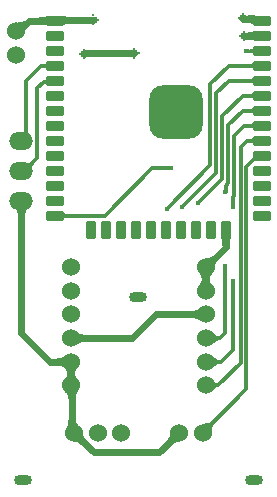
<source format=gbl>
G04*
G04 #@! TF.GenerationSoftware,Altium Limited,Altium Designer,24.10.1 (45)*
G04*
G04 Layer_Physical_Order=2*
G04 Layer_Color=16711680*
%FSLAX44Y44*%
%MOMM*%
G71*
G04*
G04 #@! TF.SameCoordinates,DE934D07-760A-40F3-A6A2-C4044611B154*
G04*
G04*
G04 #@! TF.FilePolarity,Positive*
G04*
G01*
G75*
G04:AMPARAMS|DCode=19|XSize=4.5mm|YSize=4.5mm|CornerRadius=1.125mm|HoleSize=0mm|Usage=FLASHONLY|Rotation=0.000|XOffset=0mm|YOffset=0mm|HoleType=Round|Shape=RoundedRectangle|*
%AMROUNDEDRECTD19*
21,1,4.5000,2.2500,0,0,0.0*
21,1,2.2500,4.5000,0,0,0.0*
1,1,2.2500,1.1250,-1.1250*
1,1,2.2500,-1.1250,-1.1250*
1,1,2.2500,-1.1250,1.1250*
1,1,2.2500,1.1250,1.1250*
%
%ADD19ROUNDEDRECTD19*%
%ADD35C,0.6000*%
%ADD36C,0.3000*%
%ADD37C,0.2540*%
%ADD39C,1.0000*%
%ADD40O,2.0000X1.5000*%
%ADD41C,1.5240*%
%ADD42O,1.5000X0.9000*%
%ADD43C,0.4000*%
%ADD44C,0.3000*%
G04:AMPARAMS|DCode=45|XSize=1.5mm|YSize=0.9mm|CornerRadius=0.225mm|HoleSize=0mm|Usage=FLASHONLY|Rotation=90.000|XOffset=0mm|YOffset=0mm|HoleType=Round|Shape=RoundedRectangle|*
%AMROUNDEDRECTD45*
21,1,1.5000,0.4500,0,0,90.0*
21,1,1.0500,0.9000,0,0,90.0*
1,1,0.4500,0.2250,0.5250*
1,1,0.4500,0.2250,-0.5250*
1,1,0.4500,-0.2250,-0.5250*
1,1,0.4500,-0.2250,0.5250*
%
%ADD45ROUNDEDRECTD45*%
G04:AMPARAMS|DCode=46|XSize=1.5mm|YSize=0.9mm|CornerRadius=0.225mm|HoleSize=0mm|Usage=FLASHONLY|Rotation=180.000|XOffset=0mm|YOffset=0mm|HoleType=Round|Shape=RoundedRectangle|*
%AMROUNDEDRECTD46*
21,1,1.5000,0.4500,0,0,180.0*
21,1,1.0500,0.9000,0,0,180.0*
1,1,0.4500,-0.5250,0.2250*
1,1,0.4500,0.5250,0.2250*
1,1,0.4500,0.5250,-0.2250*
1,1,0.4500,-0.5250,-0.2250*
%
%ADD46ROUNDEDRECTD46*%
%ADD47C,0.2000*%
G36*
X-93193Y404064D02*
X-93708Y403525D01*
X-94620Y402423D01*
X-95017Y401859D01*
X-95375Y401287D01*
X-95693Y400707D01*
X-95971Y400119D01*
X-96211Y399523D01*
X-96410Y398919D01*
X-96571Y398306D01*
X-102158Y407394D01*
X-101551Y407277D01*
X-100948Y407232D01*
X-100352Y407257D01*
X-99760Y407354D01*
X-99174Y407521D01*
X-98593Y407759D01*
X-98017Y408068D01*
X-97446Y408448D01*
X-96881Y408899D01*
X-96321Y409421D01*
X-93193Y404064D01*
D02*
G37*
G36*
X98344Y413141D02*
X97610Y404950D01*
X97279Y405367D01*
X96874Y405741D01*
X96393Y406070D01*
X95839Y406356D01*
X95210Y406598D01*
X94507Y406795D01*
X93728Y406949D01*
X92876Y407059D01*
X91949Y407125D01*
X90947Y407147D01*
X92375Y413147D01*
X98344Y413141D01*
D02*
G37*
G36*
X-64097Y412960D02*
X-63687Y412799D01*
X-63193Y412656D01*
X-62614Y412532D01*
X-61952Y412428D01*
X-60376Y412276D01*
X-58464Y412200D01*
X-57382Y412190D01*
X-57099Y406190D01*
X-58024Y406173D01*
X-59747Y406034D01*
X-60544Y405913D01*
X-61298Y405757D01*
X-62009Y405567D01*
X-62677Y405342D01*
X-63302Y405082D01*
X-63885Y404788D01*
X-64424Y404459D01*
Y413141D01*
X-64097Y412960D01*
D02*
G37*
G36*
X-76656Y404459D02*
X-77090Y404714D01*
X-77588Y404942D01*
X-78151Y405143D01*
X-78779Y405317D01*
X-79471Y405465D01*
X-81050Y405679D01*
X-81937Y405746D01*
X-83904Y405800D01*
Y411800D01*
X-82888Y411813D01*
X-80228Y412015D01*
X-79471Y412135D01*
X-78151Y412457D01*
X-77588Y412658D01*
X-77090Y412886D01*
X-76656Y413141D01*
Y404459D01*
D02*
G37*
G36*
X98344Y391759D02*
X98045Y391921D01*
X97657Y392066D01*
X97181Y392193D01*
X96617Y392304D01*
X95222Y392474D01*
X93473Y392576D01*
X91369Y392610D01*
X90999Y398610D01*
X91901Y398628D01*
X93594Y398775D01*
X94384Y398903D01*
X95138Y399068D01*
X95854Y399269D01*
X96532Y399507D01*
X97173Y399782D01*
X97777Y400093D01*
X98344Y400441D01*
Y391759D01*
D02*
G37*
G36*
X92317Y384777D02*
X92375Y384755D01*
X92453Y384735D01*
X92553Y384718D01*
X92816Y384692D01*
X93165Y384677D01*
X93598Y384671D01*
X93596Y382131D01*
X93369Y382130D01*
X92451Y382068D01*
X92373Y382048D01*
X92315Y382026D01*
X92279Y382002D01*
X92281Y384802D01*
X92317Y384777D01*
D02*
G37*
G36*
X97034Y380867D02*
X97008Y381107D01*
X96929Y381322D01*
X96798Y381512D01*
X96614Y381676D01*
X96377Y381815D01*
X96088Y381929D01*
X95747Y382018D01*
X95353Y382081D01*
X94906Y382119D01*
X94407Y382131D01*
Y384671D01*
X94906Y384684D01*
X95353Y384722D01*
X95747Y384785D01*
X96089Y384874D01*
X96378Y384987D01*
X96614Y385126D01*
X96798Y385291D01*
X96930Y385480D01*
X97008Y385695D01*
X97035Y385935D01*
X97034Y380867D01*
D02*
G37*
G36*
X97126Y367706D02*
X97094Y367990D01*
X96999Y368244D01*
X96840Y368468D01*
X96617Y368662D01*
X96331Y368826D01*
X95982Y368961D01*
X95568Y369066D01*
X95091Y369140D01*
X94551Y369185D01*
X93947Y369200D01*
Y372200D01*
X94551Y372215D01*
X95091Y372260D01*
X95568Y372335D01*
X95982Y372439D01*
X96331Y372574D01*
X96617Y372738D01*
X96840Y372932D01*
X96999Y373156D01*
X97094Y373410D01*
X97126Y373694D01*
Y367706D01*
D02*
G37*
G36*
X-77846Y367587D02*
X-77881Y367869D01*
X-77979Y368121D01*
X-78140Y368343D01*
X-78366Y368536D01*
X-78655Y368699D01*
X-79007Y368833D01*
X-79423Y368937D01*
X-79903Y369011D01*
X-80446Y369055D01*
X-81053Y369070D01*
Y372070D01*
X-80451Y372085D01*
X-79914Y372130D01*
X-79439Y372205D01*
X-79029Y372309D01*
X-78681Y372444D01*
X-78398Y372608D01*
X-78178Y372802D01*
X-78022Y373026D01*
X-77929Y373280D01*
X-77900Y373564D01*
X-77846Y367587D01*
D02*
G37*
G36*
X97126Y355006D02*
X97094Y355290D01*
X96999Y355544D01*
X96840Y355768D01*
X96617Y355962D01*
X96331Y356127D01*
X95982Y356261D01*
X95568Y356366D01*
X95091Y356440D01*
X94551Y356485D01*
X93947Y356500D01*
Y359500D01*
X94551Y359515D01*
X95091Y359560D01*
X95568Y359635D01*
X95982Y359739D01*
X96331Y359874D01*
X96617Y360038D01*
X96840Y360232D01*
X96999Y360456D01*
X97094Y360710D01*
X97126Y360994D01*
Y355006D01*
D02*
G37*
G36*
X-77577Y354484D02*
X-77618Y354632D01*
X-77712Y354765D01*
X-77859Y354883D01*
X-78057Y354984D01*
X-78309Y355070D01*
X-78612Y355141D01*
X-78969Y355195D01*
X-79377Y355234D01*
X-80352Y355266D01*
Y358266D01*
X-79895Y358274D01*
X-79131Y358338D01*
X-78824Y358394D01*
X-78566Y358465D01*
X-78358Y358553D01*
X-78200Y358657D01*
X-78091Y358777D01*
X-78032Y358913D01*
X-78023Y359064D01*
X-77577Y354484D01*
D02*
G37*
G36*
X97126Y342306D02*
X97094Y342590D01*
X96999Y342844D01*
X96840Y343068D01*
X96617Y343262D01*
X96331Y343427D01*
X95982Y343561D01*
X95568Y343666D01*
X95091Y343740D01*
X94551Y343785D01*
X93947Y343800D01*
Y346800D01*
X94551Y346815D01*
X95091Y346860D01*
X95568Y346935D01*
X95982Y347039D01*
X96331Y347174D01*
X96617Y347338D01*
X96840Y347532D01*
X96999Y347756D01*
X97094Y348010D01*
X97126Y348294D01*
Y342306D01*
D02*
G37*
G36*
Y329606D02*
X97094Y329890D01*
X96999Y330144D01*
X96840Y330368D01*
X96617Y330562D01*
X96331Y330727D01*
X95982Y330861D01*
X95568Y330965D01*
X95091Y331040D01*
X94551Y331085D01*
X93947Y331100D01*
Y334100D01*
X94551Y334115D01*
X95091Y334160D01*
X95568Y334235D01*
X95982Y334339D01*
X96331Y334473D01*
X96617Y334638D01*
X96840Y334832D01*
X96999Y335056D01*
X97094Y335310D01*
X97126Y335594D01*
Y329606D01*
D02*
G37*
G36*
Y316906D02*
X97094Y317190D01*
X96999Y317444D01*
X96840Y317668D01*
X96617Y317862D01*
X96331Y318027D01*
X95982Y318161D01*
X95568Y318265D01*
X95091Y318340D01*
X94551Y318385D01*
X93947Y318400D01*
Y321400D01*
X94551Y321415D01*
X95091Y321460D01*
X95568Y321535D01*
X95982Y321639D01*
X96331Y321773D01*
X96617Y321938D01*
X96840Y322132D01*
X96999Y322356D01*
X97094Y322610D01*
X97126Y322894D01*
Y316906D01*
D02*
G37*
G36*
X-93750Y316663D02*
X-93735Y315993D01*
X-93617Y314842D01*
X-93513Y314362D01*
X-93380Y313945D01*
X-93217Y313592D01*
X-93025Y313302D01*
X-92802Y313075D01*
X-92551Y312912D01*
X-92269Y312812D01*
X-98250Y314185D01*
X-97965Y314154D01*
X-97710Y314196D01*
X-97485Y314313D01*
X-97290Y314505D01*
X-97125Y314771D01*
X-96990Y315111D01*
X-96885Y315526D01*
X-96810Y316015D01*
X-96765Y316578D01*
X-96750Y317216D01*
X-93750Y316663D01*
D02*
G37*
G36*
X97126Y304206D02*
X97094Y304490D01*
X96999Y304744D01*
X96840Y304968D01*
X96617Y305162D01*
X96331Y305326D01*
X95982Y305461D01*
X95568Y305565D01*
X95091Y305640D01*
X94551Y305685D01*
X93947Y305700D01*
Y308700D01*
X94551Y308715D01*
X95091Y308760D01*
X95568Y308834D01*
X95982Y308939D01*
X96331Y309074D01*
X96617Y309238D01*
X96840Y309432D01*
X96999Y309656D01*
X97094Y309910D01*
X97126Y310194D01*
Y304206D01*
D02*
G37*
G36*
X100550Y290018D02*
X100349Y290214D01*
X100101Y290322D01*
X99807Y290341D01*
X99466Y290272D01*
X99078Y290114D01*
X98643Y289868D01*
X98162Y289532D01*
X97634Y289109D01*
X96437Y287995D01*
X94171Y289973D01*
X94864Y290686D01*
X95975Y291964D01*
X96393Y292529D01*
X96719Y293043D01*
X96954Y293508D01*
X97097Y293923D01*
X97149Y294288D01*
X97109Y294604D01*
X96977Y294870D01*
X100550Y290018D01*
D02*
G37*
G36*
X-88180Y287568D02*
X-88642Y287086D01*
X-89352Y286208D01*
X-89601Y285811D01*
X-89780Y285443D01*
X-89888Y285105D01*
X-89925Y284794D01*
X-89892Y284512D01*
X-89788Y284259D01*
X-89613Y284035D01*
X-93835Y288257D01*
X-93611Y288082D01*
X-93358Y287978D01*
X-93076Y287945D01*
X-92766Y287982D01*
X-92427Y288090D01*
X-92059Y288269D01*
X-91663Y288518D01*
X-91237Y288838D01*
X-90784Y289228D01*
X-90302Y289690D01*
X-88180Y287568D01*
D02*
G37*
G36*
X-93642Y249269D02*
X-94149Y249063D01*
X-94597Y248719D01*
X-94985Y248237D01*
X-95313Y247617D01*
X-95582Y246860D01*
X-95791Y245965D01*
X-95940Y244932D01*
X-96030Y243762D01*
X-96060Y242454D01*
X-102060D01*
X-102090Y243762D01*
X-102179Y244932D01*
X-102329Y245965D01*
X-102537Y246860D01*
X-102806Y247617D01*
X-103135Y248237D01*
X-103523Y248719D01*
X-103971Y249063D01*
X-104478Y249269D01*
X-105045Y249338D01*
X-93074D01*
X-93642Y249269D01*
D02*
G37*
G36*
X-63174Y246410D02*
X-63079Y246156D01*
X-62920Y245932D01*
X-62698Y245738D01*
X-62411Y245574D01*
X-62062Y245439D01*
X-61648Y245334D01*
X-61172Y245260D01*
X-60631Y245215D01*
X-60027Y245200D01*
Y242200D01*
X-60631Y242185D01*
X-61172Y242140D01*
X-61648Y242066D01*
X-62062Y241961D01*
X-62411Y241826D01*
X-62698Y241662D01*
X-62920Y241468D01*
X-63079Y241244D01*
X-63174Y240990D01*
X-63206Y240706D01*
Y246694D01*
X-63174Y246410D01*
D02*
G37*
G36*
X78146Y224650D02*
X77918Y224152D01*
X77717Y223589D01*
X77543Y222961D01*
X77395Y222269D01*
X77181Y220690D01*
X77113Y219803D01*
X77060Y217836D01*
X71060D01*
X71047Y218852D01*
X70845Y221512D01*
X70725Y222269D01*
X70403Y223589D01*
X70202Y224152D01*
X69974Y224650D01*
X69719Y225084D01*
X78401D01*
X78146Y224650D01*
D02*
G37*
G36*
X67267Y206065D02*
X66751Y205515D01*
X66289Y204955D01*
X65883Y204383D01*
X65531Y203801D01*
X65235Y203207D01*
X64994Y202603D01*
X64808Y201988D01*
X64677Y201362D01*
X64601Y200724D01*
X64580Y200076D01*
X57036Y207620D01*
X57684Y207641D01*
X58321Y207717D01*
X58948Y207848D01*
X59563Y208034D01*
X60167Y208275D01*
X60761Y208571D01*
X61343Y208923D01*
X61915Y209329D01*
X62475Y209791D01*
X63025Y210307D01*
X67267Y206065D01*
D02*
G37*
G36*
X61851Y194085D02*
X61454Y193581D01*
X61104Y193045D01*
X60800Y192479D01*
X60543Y191881D01*
X60333Y191252D01*
X60170Y190591D01*
X60070Y190000D01*
X60170Y189409D01*
X60333Y188748D01*
X60543Y188119D01*
X60800Y187521D01*
X61104Y186955D01*
X61454Y186419D01*
X61851Y185915D01*
X62294Y185442D01*
X51626D01*
X52069Y185915D01*
X52466Y186419D01*
X52816Y186955D01*
X53120Y187521D01*
X53376Y188119D01*
X53587Y188748D01*
X53750Y189409D01*
X53850Y190000D01*
X53750Y190591D01*
X53587Y191252D01*
X53376Y191881D01*
X53120Y192479D01*
X52816Y193045D01*
X52466Y193581D01*
X52069Y194085D01*
X51626Y194558D01*
X62294D01*
X61851Y194085D01*
D02*
G37*
G36*
X51518Y154666D02*
X51045Y155110D01*
X50541Y155506D01*
X50005Y155856D01*
X49439Y156160D01*
X48841Y156417D01*
X48211Y156627D01*
X47551Y156790D01*
X46860Y156907D01*
X46137Y156977D01*
X45383Y157000D01*
Y163000D01*
X46137Y163023D01*
X46860Y163093D01*
X47551Y163210D01*
X48211Y163373D01*
X48841Y163584D01*
X49439Y163840D01*
X50005Y164144D01*
X50541Y164494D01*
X51045Y164891D01*
X51518Y165334D01*
Y154666D01*
D02*
G37*
G36*
X63144Y144606D02*
X64574Y143379D01*
X65262Y142880D01*
X65931Y142458D01*
X66582Y142113D01*
X67215Y141845D01*
X67829Y141653D01*
X68425Y141538D01*
X69003Y141500D01*
Y138500D01*
X68425Y138462D01*
X67829Y138347D01*
X67215Y138155D01*
X66582Y137887D01*
X65931Y137542D01*
X65262Y137120D01*
X64574Y136621D01*
X63868Y136046D01*
X62402Y134666D01*
Y145334D01*
X63144Y144606D01*
D02*
G37*
G36*
X-51085Y144890D02*
X-50581Y144494D01*
X-50045Y144144D01*
X-49479Y143840D01*
X-48881Y143583D01*
X-48252Y143373D01*
X-47591Y143210D01*
X-46900Y143093D01*
X-46177Y143023D01*
X-45423Y143000D01*
Y137000D01*
X-46177Y136977D01*
X-46900Y136907D01*
X-47591Y136790D01*
X-48252Y136627D01*
X-48881Y136417D01*
X-49479Y136160D01*
X-50045Y135856D01*
X-50581Y135506D01*
X-51085Y135110D01*
X-51558Y134666D01*
Y145334D01*
X-51085Y144890D01*
D02*
G37*
G36*
X63144Y124606D02*
X64574Y123379D01*
X65262Y122880D01*
X65931Y122458D01*
X66582Y122113D01*
X67215Y121845D01*
X67829Y121653D01*
X68425Y121538D01*
X69003Y121500D01*
Y118500D01*
X68425Y118462D01*
X67829Y118347D01*
X67215Y118155D01*
X66582Y117887D01*
X65931Y117542D01*
X65262Y117120D01*
X64574Y116621D01*
X63868Y116046D01*
X62402Y114666D01*
Y125334D01*
X63144Y124606D01*
D02*
G37*
G36*
X-62442Y114666D02*
X-62915Y115110D01*
X-63419Y115506D01*
X-63955Y115856D01*
X-64521Y116160D01*
X-65119Y116417D01*
X-65748Y116627D01*
X-66409Y116790D01*
X-67100Y116907D01*
X-67823Y116977D01*
X-68577Y117000D01*
Y123000D01*
X-67823Y123023D01*
X-67100Y123093D01*
X-66409Y123210D01*
X-65748Y123373D01*
X-65119Y123583D01*
X-64521Y123840D01*
X-63955Y124144D01*
X-63419Y124494D01*
X-62915Y124891D01*
X-62442Y125334D01*
Y114666D01*
D02*
G37*
G36*
X-52109Y114085D02*
X-52506Y113581D01*
X-52856Y113045D01*
X-53160Y112479D01*
X-53417Y111881D01*
X-53627Y111252D01*
X-53790Y110591D01*
X-53890Y110000D01*
X-53790Y109409D01*
X-53627Y108748D01*
X-53417Y108119D01*
X-53160Y107521D01*
X-52856Y106955D01*
X-52506Y106419D01*
X-52109Y105915D01*
X-51666Y105442D01*
X-62334D01*
X-61891Y105915D01*
X-61494Y106419D01*
X-61144Y106955D01*
X-60840Y107521D01*
X-60584Y108119D01*
X-60373Y108748D01*
X-60210Y109409D01*
X-60110Y110000D01*
X-60210Y110591D01*
X-60373Y111252D01*
X-60584Y111881D01*
X-60840Y112479D01*
X-61144Y113045D01*
X-61494Y113581D01*
X-61891Y114085D01*
X-62334Y114558D01*
X-51666D01*
X-52109Y114085D01*
D02*
G37*
G36*
X63941Y103148D02*
X64207Y102802D01*
X64509Y102497D01*
X64846Y102233D01*
X65218Y102009D01*
X65626Y101826D01*
X66069Y101683D01*
X66547Y101581D01*
X67061Y101520D01*
X67610Y101500D01*
Y98500D01*
X67061Y98480D01*
X66547Y98419D01*
X66069Y98317D01*
X65626Y98174D01*
X65218Y97991D01*
X64846Y97767D01*
X64509Y97503D01*
X64207Y97198D01*
X63941Y96852D01*
X63710Y96465D01*
Y103535D01*
X63941Y103148D01*
D02*
G37*
G36*
X-51590Y94560D02*
X-51949Y94022D01*
X-52265Y93458D01*
X-52540Y92868D01*
X-52772Y92250D01*
X-52962Y91607D01*
X-53110Y90936D01*
X-53215Y90240D01*
X-53279Y89516D01*
X-53300Y88767D01*
X-59300Y88163D01*
X-59325Y88922D01*
X-59400Y89643D01*
X-59526Y90328D01*
X-59702Y90976D01*
X-59928Y91587D01*
X-60204Y92161D01*
X-60531Y92699D01*
X-60907Y93200D01*
X-61334Y93664D01*
X-61811Y94091D01*
X-51189Y95071D01*
X-51590Y94560D01*
D02*
G37*
G36*
X-53273Y71314D02*
X-53193Y70595D01*
X-53058Y69922D01*
X-52870Y69295D01*
X-52629Y68713D01*
X-52334Y68177D01*
X-51985Y67686D01*
X-51582Y67242D01*
X-51126Y66842D01*
X-50616Y66489D01*
X-61018Y64123D01*
X-60692Y64668D01*
X-60399Y65236D01*
X-60142Y65826D01*
X-59918Y66438D01*
X-59729Y67072D01*
X-59575Y67729D01*
X-59455Y68407D01*
X-59369Y69109D01*
X-59300Y70578D01*
X-53300Y72078D01*
X-53273Y71314D01*
D02*
G37*
G36*
X64186Y67455D02*
X63805Y67019D01*
X63465Y66516D01*
X63166Y65946D01*
X62908Y65309D01*
X62692Y64605D01*
X62517Y63834D01*
X62383Y62995D01*
X62291Y62089D01*
X62230Y60076D01*
X54686Y67620D01*
X55726Y67629D01*
X57605Y67773D01*
X58444Y67907D01*
X59215Y68082D01*
X59919Y68298D01*
X60557Y68556D01*
X61126Y68855D01*
X61629Y69195D01*
X62065Y69576D01*
X64186Y67455D01*
D02*
G37*
G36*
X34534Y52380D02*
X33886Y52359D01*
X33248Y52283D01*
X32622Y52152D01*
X32007Y51966D01*
X31403Y51725D01*
X30809Y51428D01*
X30227Y51077D01*
X29655Y50671D01*
X29095Y50209D01*
X28545Y49693D01*
X24303Y53935D01*
X24819Y54485D01*
X25281Y55045D01*
X25687Y55617D01*
X26038Y56199D01*
X26335Y56793D01*
X26576Y57397D01*
X26762Y58012D01*
X26893Y58639D01*
X26969Y59276D01*
X26990Y59924D01*
X34534Y52380D01*
D02*
G37*
G36*
X-46969Y59276D02*
X-46893Y58639D01*
X-46762Y58012D01*
X-46576Y57397D01*
X-46335Y56793D01*
X-46038Y56199D01*
X-45687Y55617D01*
X-45281Y55045D01*
X-44819Y54485D01*
X-44303Y53935D01*
X-48545Y49693D01*
X-49095Y50209D01*
X-49655Y50671D01*
X-50227Y51077D01*
X-50809Y51428D01*
X-51403Y51725D01*
X-52007Y51966D01*
X-52622Y52152D01*
X-53249Y52283D01*
X-53886Y52359D01*
X-54534Y52380D01*
X-46990Y59924D01*
X-46969Y59276D01*
D02*
G37*
D19*
X31960Y331600D02*
D03*
D35*
X17790Y43180D02*
X34610Y60000D01*
X-37790Y43180D02*
X17790D01*
X-54610Y60000D02*
X-37790Y43180D01*
X-57000Y100000D02*
X-56300Y99300D01*
Y61690D02*
Y99300D01*
X-57000Y100000D02*
Y120000D01*
X-56300Y61690D02*
X-54610Y60000D01*
X74060Y217100D02*
Y231200D01*
X56960Y200000D02*
X74060Y217100D01*
X89380Y395610D02*
X103970D01*
X89000D02*
X89380D01*
X56960Y180000D02*
Y200000D01*
X-99060Y144150D02*
Y255910D01*
X-74910Y120000D02*
X-57000D01*
X-99060Y144150D02*
X-74910Y120000D01*
X-5420Y140000D02*
X14580Y160000D01*
X56960D01*
X-57000Y140000D02*
X-5420D01*
X87630Y410850D02*
X88333Y410147D01*
X103113D01*
X104460Y408800D01*
X103970Y395610D02*
X104460Y396100D01*
X-3685Y381005D02*
X-3430Y381260D01*
X-46100Y380750D02*
X-45845Y381005D01*
X-3685D01*
X-70540Y408800D02*
X-70150Y409190D01*
X-38490D01*
X-38100Y409580D01*
X-101500Y400000D02*
X-92700Y408800D01*
X-104000Y400000D02*
X-101500D01*
X-92700Y408800D02*
X-70540D01*
D36*
X54610Y60000D02*
X91440Y96830D01*
X11430Y283850D02*
X27940D01*
X-28720Y243700D02*
X11430Y283850D01*
X-70540Y243700D02*
X-28720D01*
X73851Y269181D02*
X76200Y271530D01*
Y320680D01*
X73851Y263721D02*
Y269181D01*
X73660Y263530D02*
X73851Y263721D01*
X80978Y260688D02*
Y311488D01*
X79819Y259529D02*
X80978Y260688D01*
X79819Y251021D02*
Y259529D01*
Y251021D02*
X80010Y250830D01*
X86558Y301828D02*
X91930Y307200D01*
X67610Y100000D02*
X86558Y118948D01*
Y301828D01*
X73660Y144297D02*
Y201300D01*
X69363Y140000D02*
X73660Y144297D01*
X69830Y120000D02*
X80010Y130180D01*
Y188600D01*
X56960Y140000D02*
X69363D01*
X56960Y120000D02*
X69830D01*
X56960Y100000D02*
X67610D01*
X80978Y311488D02*
X89390Y319900D01*
X76200Y320680D02*
X88120Y332600D01*
X71120Y328300D02*
X88120Y345300D01*
X66040Y347350D02*
X76690Y358000D01*
X66040Y280040D02*
Y347350D01*
X60960Y354970D02*
X76690Y370700D01*
X50800Y254640D02*
X71120Y274960D01*
X36830Y250830D02*
X66040Y280040D01*
X71120Y274960D02*
Y328300D01*
X60960Y286390D02*
Y354970D01*
X24130Y249560D02*
X60960Y286390D01*
X91440Y96830D02*
Y285120D01*
X97820Y291500D01*
X101054Y294500D02*
X104460D01*
X98054Y291500D02*
X101054Y294500D01*
X97820Y291500D02*
X98054D01*
X91930Y307200D02*
X104460D01*
X88120Y345300D02*
X104460D01*
X88120Y332600D02*
X104460D01*
X89390Y319900D02*
X104460D01*
X76690Y358000D02*
X104460D01*
X76690Y370700D02*
X104460D01*
X-82190Y370570D02*
X-70900D01*
X-95250Y357510D02*
X-82190Y370570D01*
X-95250Y310520D02*
Y357510D01*
X-99060Y306710D02*
X-95250Y310520D01*
X-80352Y356766D02*
X-71774D01*
X-85515Y292355D02*
Y351602D01*
X-71774Y356766D02*
X-70540Y358000D01*
X-85515Y351602D02*
X-80352Y356766D01*
X-96560Y281310D02*
X-85515Y292355D01*
X-99060Y281310D02*
X-96560D01*
X-70900Y370570D02*
X-70785Y370455D01*
D37*
X90852Y383403D02*
X90853Y383401D01*
X104459D01*
X104460Y383400D01*
D39*
X46960Y346670D02*
D03*
X16960D02*
D03*
Y316600D02*
D03*
X46960D02*
D03*
Y331600D02*
D03*
X16960D02*
D03*
X31960Y346670D02*
D03*
Y316600D02*
D03*
Y331600D02*
D03*
D40*
X-99060Y306710D02*
D03*
X-99060Y255910D02*
D03*
X-99060Y281310D02*
D03*
D41*
X-57000Y100000D02*
D03*
Y120000D02*
D03*
Y140000D02*
D03*
Y160000D02*
D03*
Y180000D02*
D03*
Y200000D02*
D03*
X-54610Y60000D02*
D03*
X-34610D02*
D03*
X-14610D02*
D03*
X54610Y60000D02*
D03*
X34610Y60000D02*
D03*
X-104000Y400000D02*
D03*
Y380000D02*
D03*
X56960Y100000D02*
D03*
Y120000D02*
D03*
Y140000D02*
D03*
Y160000D02*
D03*
Y180000D02*
D03*
Y200000D02*
D03*
D42*
X-97500Y20000D02*
D03*
X97500D02*
D03*
X0Y175000D02*
D03*
D43*
X27940Y283850D02*
D03*
X73660Y263530D02*
D03*
X80010Y250830D02*
D03*
X73660Y201300D02*
D03*
X80010Y188600D02*
D03*
X24130Y249560D02*
D03*
X36830Y250830D02*
D03*
X50800Y254640D02*
D03*
X90852Y383403D02*
D03*
D44*
X-38100Y409580D02*
D03*
X-36304Y407784D02*
D03*
X-38100Y405988D02*
D03*
X-39896Y407784D02*
D03*
X-41692Y409580D02*
D03*
X-39896Y411376D02*
D03*
X-38100Y413172D02*
D03*
X-36304Y411376D02*
D03*
X-34376Y409650D02*
D03*
X-46100Y380750D02*
D03*
X-44304Y378954D02*
D03*
X-46100Y377158D02*
D03*
X-47896Y378954D02*
D03*
X-49692Y380750D02*
D03*
X-47896Y382546D02*
D03*
X-46100Y384342D02*
D03*
X-44304Y382546D02*
D03*
X-42376Y380821D02*
D03*
X-3557Y381133D02*
D03*
X-1761Y379336D02*
D03*
X-3557Y377540D02*
D03*
X-5354Y379336D02*
D03*
X-7150Y381133D02*
D03*
X-5354Y382929D02*
D03*
X-3557Y384725D02*
D03*
X-1761Y382929D02*
D03*
X166Y381203D02*
D03*
X89380Y395610D02*
D03*
X91176Y393814D02*
D03*
X89380Y392018D02*
D03*
X87584Y393814D02*
D03*
X85788Y395610D02*
D03*
X87584Y397406D02*
D03*
X89380Y399202D02*
D03*
X91176Y397406D02*
D03*
X93104Y395681D02*
D03*
X88650Y410925D02*
D03*
X90447Y409129D02*
D03*
X88650Y407333D02*
D03*
X86854Y409129D02*
D03*
X85058Y410925D02*
D03*
X86854Y412721D02*
D03*
X88650Y414517D02*
D03*
X90447Y412721D02*
D03*
X92374Y410996D02*
D03*
D45*
X74060Y231200D02*
D03*
X61360D02*
D03*
X48660D02*
D03*
X35960D02*
D03*
X23260D02*
D03*
X-2140D02*
D03*
X-14840D02*
D03*
X-27540D02*
D03*
X-40240D02*
D03*
X10560D02*
D03*
D46*
X104460Y408800D02*
D03*
Y396100D02*
D03*
Y383400D02*
D03*
Y370700D02*
D03*
Y358000D02*
D03*
Y345300D02*
D03*
Y332600D02*
D03*
Y319900D02*
D03*
Y307200D02*
D03*
Y294500D02*
D03*
Y281800D02*
D03*
Y269100D02*
D03*
Y256400D02*
D03*
Y243700D02*
D03*
X-70540D02*
D03*
Y256400D02*
D03*
Y269100D02*
D03*
Y281800D02*
D03*
Y294500D02*
D03*
Y307200D02*
D03*
Y319900D02*
D03*
Y332600D02*
D03*
Y345300D02*
D03*
Y358000D02*
D03*
Y370700D02*
D03*
Y383400D02*
D03*
Y396100D02*
D03*
Y408800D02*
D03*
D47*
X-70785Y370455D02*
X-70540Y370700D01*
M02*

</source>
